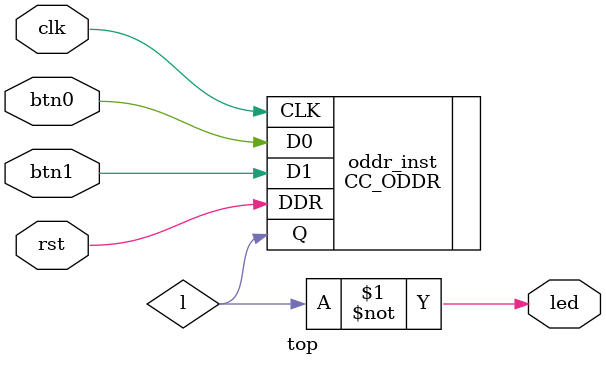
<source format=v>
module top(input wire clk, input wire rst, input wire btn0, input wire btn1, output wire led);
  wire l;
  CC_ODDR #(
    .CLK_INV(1'b0)
  ) oddr_inst (
    .D0(btn0),
    .D1(btn1),
    .CLK(clk),
    .DDR(rst),
    .Q(l)
  );
  assign led = ~l;

endmodule

</source>
